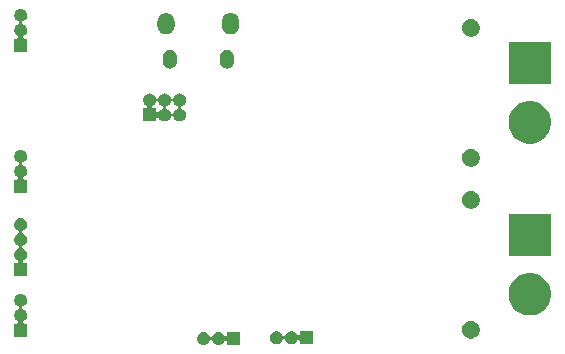
<source format=gbr>
G04 #@! TF.GenerationSoftware,KiCad,Pcbnew,5.1.4-e60b266~84~ubuntu18.04.1*
G04 #@! TF.CreationDate,2019-09-17T17:50:47+10:00*
G04 #@! TF.ProjectId,RC-Endpoint-Limiter,52432d45-6e64-4706-9f69-6e742d4c696d,rev?*
G04 #@! TF.SameCoordinates,Original*
G04 #@! TF.FileFunction,Soldermask,Bot*
G04 #@! TF.FilePolarity,Negative*
%FSLAX46Y46*%
G04 Gerber Fmt 4.6, Leading zero omitted, Abs format (unit mm)*
G04 Created by KiCad (PCBNEW 5.1.4-e60b266~84~ubuntu18.04.1) date 2019-09-17 17:50:47*
%MOMM*%
%LPD*%
G04 APERTURE LIST*
%ADD10C,0.100000*%
G04 APERTURE END LIST*
D10*
G36*
X101835015Y-64988973D02*
G01*
X101938879Y-65020479D01*
X101966055Y-65035005D01*
X102034600Y-65071643D01*
X102118501Y-65140499D01*
X102187357Y-65224400D01*
X102209262Y-65265382D01*
X102238521Y-65320121D01*
X102242388Y-65332869D01*
X102251760Y-65355496D01*
X102265374Y-65375870D01*
X102282701Y-65393197D01*
X102303075Y-65406811D01*
X102325714Y-65416188D01*
X102349747Y-65420969D01*
X102374251Y-65420969D01*
X102398285Y-65416189D01*
X102420924Y-65406812D01*
X102441298Y-65393198D01*
X102458625Y-65375871D01*
X102472239Y-65355497D01*
X102481612Y-65332869D01*
X102485479Y-65320121D01*
X102514738Y-65265382D01*
X102536643Y-65224400D01*
X102605499Y-65140499D01*
X102689400Y-65071643D01*
X102757945Y-65035005D01*
X102785121Y-65020479D01*
X102888985Y-64988973D01*
X102969933Y-64981000D01*
X103024067Y-64981000D01*
X103105015Y-64988973D01*
X103208879Y-65020479D01*
X103236055Y-65035005D01*
X103304600Y-65071643D01*
X103388501Y-65140499D01*
X103457356Y-65224400D01*
X103480764Y-65268193D01*
X103494375Y-65288563D01*
X103511702Y-65305890D01*
X103532076Y-65319504D01*
X103554715Y-65328881D01*
X103578748Y-65333662D01*
X103603252Y-65333662D01*
X103627286Y-65328882D01*
X103649924Y-65319505D01*
X103670299Y-65305891D01*
X103687626Y-65288564D01*
X103701240Y-65268190D01*
X103710617Y-65245551D01*
X103715398Y-65221518D01*
X103716000Y-65209265D01*
X103716000Y-64981000D01*
X104818000Y-64981000D01*
X104818000Y-66083000D01*
X103716000Y-66083000D01*
X103716000Y-65854735D01*
X103713598Y-65830349D01*
X103706485Y-65806900D01*
X103694934Y-65785289D01*
X103679389Y-65766347D01*
X103660447Y-65750802D01*
X103638836Y-65739251D01*
X103615387Y-65732138D01*
X103591001Y-65729736D01*
X103566615Y-65732138D01*
X103543166Y-65739251D01*
X103521555Y-65750802D01*
X103502613Y-65766347D01*
X103487068Y-65785289D01*
X103480767Y-65795802D01*
X103457356Y-65839600D01*
X103388501Y-65923501D01*
X103304600Y-65992357D01*
X103236055Y-66028995D01*
X103208879Y-66043521D01*
X103105015Y-66075027D01*
X103024067Y-66083000D01*
X102969933Y-66083000D01*
X102888985Y-66075027D01*
X102785121Y-66043521D01*
X102757945Y-66028995D01*
X102689400Y-65992357D01*
X102605499Y-65923501D01*
X102536643Y-65839600D01*
X102497489Y-65766347D01*
X102485479Y-65743879D01*
X102481612Y-65731131D01*
X102472240Y-65708504D01*
X102458626Y-65688130D01*
X102441299Y-65670803D01*
X102420925Y-65657189D01*
X102398286Y-65647812D01*
X102374253Y-65643031D01*
X102349749Y-65643031D01*
X102325715Y-65647811D01*
X102303076Y-65657188D01*
X102282702Y-65670802D01*
X102265375Y-65688129D01*
X102251761Y-65708503D01*
X102242388Y-65731131D01*
X102238521Y-65743879D01*
X102226511Y-65766347D01*
X102187357Y-65839600D01*
X102118501Y-65923501D01*
X102034600Y-65992357D01*
X101966055Y-66028995D01*
X101938879Y-66043521D01*
X101835015Y-66075027D01*
X101754067Y-66083000D01*
X101699933Y-66083000D01*
X101618985Y-66075027D01*
X101515121Y-66043521D01*
X101487945Y-66028995D01*
X101419400Y-65992357D01*
X101335499Y-65923501D01*
X101266643Y-65839600D01*
X101227489Y-65766347D01*
X101215479Y-65743879D01*
X101183973Y-65640015D01*
X101173334Y-65532000D01*
X101183973Y-65423985D01*
X101215479Y-65320121D01*
X101244738Y-65265382D01*
X101266643Y-65224400D01*
X101335499Y-65140499D01*
X101419400Y-65071643D01*
X101487945Y-65035005D01*
X101515121Y-65020479D01*
X101618985Y-64988973D01*
X101699933Y-64981000D01*
X101754067Y-64981000D01*
X101835015Y-64988973D01*
X101835015Y-64988973D01*
G37*
G36*
X107994515Y-64925473D02*
G01*
X108098379Y-64956979D01*
X108125555Y-64971505D01*
X108194100Y-65008143D01*
X108278001Y-65076999D01*
X108346857Y-65160900D01*
X108358162Y-65182051D01*
X108398021Y-65256621D01*
X108401888Y-65269369D01*
X108411260Y-65291996D01*
X108424874Y-65312370D01*
X108442201Y-65329697D01*
X108462575Y-65343311D01*
X108485214Y-65352688D01*
X108509247Y-65357469D01*
X108533751Y-65357469D01*
X108557785Y-65352689D01*
X108580424Y-65343312D01*
X108600798Y-65329698D01*
X108618125Y-65312371D01*
X108631739Y-65291997D01*
X108641112Y-65269369D01*
X108644979Y-65256621D01*
X108684838Y-65182051D01*
X108696143Y-65160900D01*
X108764999Y-65076999D01*
X108848900Y-65008143D01*
X108917445Y-64971505D01*
X108944621Y-64956979D01*
X109048485Y-64925473D01*
X109129433Y-64917500D01*
X109183567Y-64917500D01*
X109264515Y-64925473D01*
X109368379Y-64956979D01*
X109395555Y-64971505D01*
X109464100Y-65008143D01*
X109541475Y-65071643D01*
X109548001Y-65076999D01*
X109616856Y-65160900D01*
X109640264Y-65204693D01*
X109653875Y-65225063D01*
X109671202Y-65242390D01*
X109691576Y-65256004D01*
X109714215Y-65265381D01*
X109738248Y-65270162D01*
X109762752Y-65270162D01*
X109786786Y-65265382D01*
X109809424Y-65256005D01*
X109829799Y-65242391D01*
X109847126Y-65225064D01*
X109860740Y-65204690D01*
X109870117Y-65182051D01*
X109874898Y-65158018D01*
X109875500Y-65145765D01*
X109875500Y-64917500D01*
X110977500Y-64917500D01*
X110977500Y-66019500D01*
X109875500Y-66019500D01*
X109875500Y-65791235D01*
X109873098Y-65766849D01*
X109865985Y-65743400D01*
X109854434Y-65721789D01*
X109838889Y-65702847D01*
X109819947Y-65687302D01*
X109798336Y-65675751D01*
X109774887Y-65668638D01*
X109750501Y-65666236D01*
X109726115Y-65668638D01*
X109702666Y-65675751D01*
X109681055Y-65687302D01*
X109662113Y-65702847D01*
X109646568Y-65721789D01*
X109640267Y-65732302D01*
X109616856Y-65776100D01*
X109616855Y-65776101D01*
X109548001Y-65860001D01*
X109464100Y-65928857D01*
X109395555Y-65965495D01*
X109368379Y-65980021D01*
X109264515Y-66011527D01*
X109183567Y-66019500D01*
X109129433Y-66019500D01*
X109048485Y-66011527D01*
X108944621Y-65980021D01*
X108917445Y-65965495D01*
X108848900Y-65928857D01*
X108764999Y-65860001D01*
X108696143Y-65776100D01*
X108649122Y-65688129D01*
X108644979Y-65680379D01*
X108641112Y-65667631D01*
X108631740Y-65645004D01*
X108618126Y-65624630D01*
X108600799Y-65607303D01*
X108580425Y-65593689D01*
X108557786Y-65584312D01*
X108533753Y-65579531D01*
X108509249Y-65579531D01*
X108485215Y-65584311D01*
X108462576Y-65593688D01*
X108442202Y-65607302D01*
X108424875Y-65624629D01*
X108411261Y-65645003D01*
X108401888Y-65667631D01*
X108398021Y-65680379D01*
X108393878Y-65688129D01*
X108346857Y-65776100D01*
X108278001Y-65860001D01*
X108194100Y-65928857D01*
X108125555Y-65965495D01*
X108098379Y-65980021D01*
X107994515Y-66011527D01*
X107913567Y-66019500D01*
X107859433Y-66019500D01*
X107778485Y-66011527D01*
X107674621Y-65980021D01*
X107647445Y-65965495D01*
X107578900Y-65928857D01*
X107494999Y-65860001D01*
X107426143Y-65776100D01*
X107379122Y-65688129D01*
X107374979Y-65680379D01*
X107343473Y-65576515D01*
X107332834Y-65468500D01*
X107343473Y-65360485D01*
X107374979Y-65256621D01*
X107414838Y-65182051D01*
X107426143Y-65160900D01*
X107494999Y-65076999D01*
X107578900Y-65008143D01*
X107647445Y-64971505D01*
X107674621Y-64956979D01*
X107778485Y-64925473D01*
X107859433Y-64917500D01*
X107913567Y-64917500D01*
X107994515Y-64925473D01*
X107994515Y-64925473D01*
G37*
G36*
X124568559Y-64063360D02*
G01*
X124677573Y-64108515D01*
X124705232Y-64119972D01*
X124828235Y-64202160D01*
X124932840Y-64306765D01*
X125015028Y-64429768D01*
X125071640Y-64566441D01*
X125100500Y-64711533D01*
X125100500Y-64859467D01*
X125071640Y-65004559D01*
X125015028Y-65141232D01*
X124932840Y-65264235D01*
X124828235Y-65368840D01*
X124705232Y-65451028D01*
X124705231Y-65451029D01*
X124705230Y-65451029D01*
X124568559Y-65507640D01*
X124423468Y-65536500D01*
X124275532Y-65536500D01*
X124130441Y-65507640D01*
X123993770Y-65451029D01*
X123993769Y-65451029D01*
X123993768Y-65451028D01*
X123870765Y-65368840D01*
X123766160Y-65264235D01*
X123683972Y-65141232D01*
X123627360Y-65004559D01*
X123598500Y-64859467D01*
X123598500Y-64711533D01*
X123627360Y-64566441D01*
X123683972Y-64429768D01*
X123766160Y-64306765D01*
X123870765Y-64202160D01*
X123993768Y-64119972D01*
X124021428Y-64108515D01*
X124130441Y-64063360D01*
X124275532Y-64034500D01*
X124423468Y-64034500D01*
X124568559Y-64063360D01*
X124568559Y-64063360D01*
G37*
G36*
X86341015Y-61737773D02*
G01*
X86444879Y-61769279D01*
X86472055Y-61783805D01*
X86540600Y-61820443D01*
X86624501Y-61889299D01*
X86693357Y-61973200D01*
X86729995Y-62041745D01*
X86744521Y-62068921D01*
X86776027Y-62172785D01*
X86786666Y-62280800D01*
X86776027Y-62388815D01*
X86744521Y-62492679D01*
X86744519Y-62492682D01*
X86693357Y-62588400D01*
X86624501Y-62672301D01*
X86540600Y-62741157D01*
X86472055Y-62777795D01*
X86444879Y-62792321D01*
X86432131Y-62796188D01*
X86409504Y-62805560D01*
X86389130Y-62819174D01*
X86371803Y-62836501D01*
X86358189Y-62856875D01*
X86348812Y-62879514D01*
X86344031Y-62903547D01*
X86344031Y-62928051D01*
X86348811Y-62952085D01*
X86358188Y-62974724D01*
X86371802Y-62995098D01*
X86389129Y-63012425D01*
X86409503Y-63026039D01*
X86432131Y-63035412D01*
X86444879Y-63039279D01*
X86472055Y-63053805D01*
X86540600Y-63090443D01*
X86624501Y-63159299D01*
X86693357Y-63243200D01*
X86729995Y-63311745D01*
X86744521Y-63338921D01*
X86776027Y-63442785D01*
X86786666Y-63550800D01*
X86776027Y-63658815D01*
X86744521Y-63762679D01*
X86744519Y-63762682D01*
X86693357Y-63858400D01*
X86624501Y-63942301D01*
X86540600Y-64011156D01*
X86496807Y-64034564D01*
X86476437Y-64048175D01*
X86459110Y-64065502D01*
X86445496Y-64085876D01*
X86436119Y-64108515D01*
X86431338Y-64132548D01*
X86431338Y-64157052D01*
X86436118Y-64181086D01*
X86445495Y-64203724D01*
X86459109Y-64224099D01*
X86476436Y-64241426D01*
X86496810Y-64255040D01*
X86519449Y-64264417D01*
X86543482Y-64269198D01*
X86555735Y-64269800D01*
X86784000Y-64269800D01*
X86784000Y-65371800D01*
X85682000Y-65371800D01*
X85682000Y-64269800D01*
X85910265Y-64269800D01*
X85934651Y-64267398D01*
X85958100Y-64260285D01*
X85979711Y-64248734D01*
X85998653Y-64233189D01*
X86014198Y-64214247D01*
X86025749Y-64192636D01*
X86032862Y-64169187D01*
X86035264Y-64144801D01*
X86032862Y-64120415D01*
X86025749Y-64096966D01*
X86014198Y-64075355D01*
X85998653Y-64056413D01*
X85979711Y-64040868D01*
X85969198Y-64034567D01*
X85925400Y-64011156D01*
X85841499Y-63942301D01*
X85772643Y-63858400D01*
X85721481Y-63762682D01*
X85721479Y-63762679D01*
X85689973Y-63658815D01*
X85679334Y-63550800D01*
X85689973Y-63442785D01*
X85721479Y-63338921D01*
X85736005Y-63311745D01*
X85772643Y-63243200D01*
X85841499Y-63159299D01*
X85925400Y-63090443D01*
X85993945Y-63053805D01*
X86021121Y-63039279D01*
X86033869Y-63035412D01*
X86056496Y-63026040D01*
X86076870Y-63012426D01*
X86094197Y-62995099D01*
X86107811Y-62974725D01*
X86117188Y-62952086D01*
X86121969Y-62928053D01*
X86121969Y-62903549D01*
X86117189Y-62879515D01*
X86107812Y-62856876D01*
X86094198Y-62836502D01*
X86076871Y-62819175D01*
X86056497Y-62805561D01*
X86033869Y-62796188D01*
X86021121Y-62792321D01*
X85993945Y-62777795D01*
X85925400Y-62741157D01*
X85841499Y-62672301D01*
X85772643Y-62588400D01*
X85721481Y-62492682D01*
X85721479Y-62492679D01*
X85689973Y-62388815D01*
X85679334Y-62280800D01*
X85689973Y-62172785D01*
X85721479Y-62068921D01*
X85736005Y-62041745D01*
X85772643Y-61973200D01*
X85841499Y-61889299D01*
X85925400Y-61820443D01*
X85993945Y-61783805D01*
X86021121Y-61769279D01*
X86124985Y-61737773D01*
X86205933Y-61729800D01*
X86260067Y-61729800D01*
X86341015Y-61737773D01*
X86341015Y-61737773D01*
G37*
G36*
X129874831Y-60053711D02*
G01*
X130202592Y-60189474D01*
X130497570Y-60386572D01*
X130748428Y-60637430D01*
X130945526Y-60932408D01*
X131081289Y-61260169D01*
X131150500Y-61608116D01*
X131150500Y-61962884D01*
X131081289Y-62310831D01*
X130945526Y-62638592D01*
X130748428Y-62933570D01*
X130497570Y-63184428D01*
X130202592Y-63381526D01*
X129874831Y-63517289D01*
X129526884Y-63586500D01*
X129172116Y-63586500D01*
X128824169Y-63517289D01*
X128496408Y-63381526D01*
X128201430Y-63184428D01*
X127950572Y-62933570D01*
X127753474Y-62638592D01*
X127617711Y-62310831D01*
X127548500Y-61962884D01*
X127548500Y-61608116D01*
X127617711Y-61260169D01*
X127753474Y-60932408D01*
X127950572Y-60637430D01*
X128201430Y-60386572D01*
X128496408Y-60189474D01*
X128824169Y-60053711D01*
X129172116Y-59984500D01*
X129526884Y-59984500D01*
X129874831Y-60053711D01*
X129874831Y-60053711D01*
G37*
G36*
X86341015Y-55336973D02*
G01*
X86444879Y-55368479D01*
X86472055Y-55383005D01*
X86540600Y-55419643D01*
X86624501Y-55488499D01*
X86693357Y-55572400D01*
X86729995Y-55640945D01*
X86744521Y-55668121D01*
X86776027Y-55771985D01*
X86786666Y-55880000D01*
X86776027Y-55988015D01*
X86744521Y-56091879D01*
X86744519Y-56091882D01*
X86693357Y-56187600D01*
X86624501Y-56271501D01*
X86540600Y-56340357D01*
X86472055Y-56376995D01*
X86444879Y-56391521D01*
X86432131Y-56395388D01*
X86409504Y-56404760D01*
X86389130Y-56418374D01*
X86371803Y-56435701D01*
X86358189Y-56456075D01*
X86348812Y-56478714D01*
X86344031Y-56502747D01*
X86344031Y-56527251D01*
X86348811Y-56551285D01*
X86358188Y-56573924D01*
X86371802Y-56594298D01*
X86389129Y-56611625D01*
X86409503Y-56625239D01*
X86432131Y-56634612D01*
X86444879Y-56638479D01*
X86472055Y-56653005D01*
X86540600Y-56689643D01*
X86624501Y-56758499D01*
X86693357Y-56842400D01*
X86729995Y-56910945D01*
X86744521Y-56938121D01*
X86776027Y-57041985D01*
X86786666Y-57150000D01*
X86776027Y-57258015D01*
X86744521Y-57361879D01*
X86744519Y-57361882D01*
X86693357Y-57457600D01*
X86624501Y-57541501D01*
X86540600Y-57610357D01*
X86472055Y-57646995D01*
X86444879Y-57661521D01*
X86432131Y-57665388D01*
X86409504Y-57674760D01*
X86389130Y-57688374D01*
X86371803Y-57705701D01*
X86358189Y-57726075D01*
X86348812Y-57748714D01*
X86344031Y-57772747D01*
X86344031Y-57797251D01*
X86348811Y-57821285D01*
X86358188Y-57843924D01*
X86371802Y-57864298D01*
X86389129Y-57881625D01*
X86409503Y-57895239D01*
X86432131Y-57904612D01*
X86444879Y-57908479D01*
X86472055Y-57923005D01*
X86540600Y-57959643D01*
X86624501Y-58028499D01*
X86693357Y-58112400D01*
X86729995Y-58180945D01*
X86744521Y-58208121D01*
X86776027Y-58311985D01*
X86786666Y-58420000D01*
X86776027Y-58528015D01*
X86744521Y-58631879D01*
X86744519Y-58631882D01*
X86693357Y-58727600D01*
X86624501Y-58811501D01*
X86540600Y-58880356D01*
X86496807Y-58903764D01*
X86476437Y-58917375D01*
X86459110Y-58934702D01*
X86445496Y-58955076D01*
X86436119Y-58977715D01*
X86431338Y-59001748D01*
X86431338Y-59026252D01*
X86436118Y-59050286D01*
X86445495Y-59072924D01*
X86459109Y-59093299D01*
X86476436Y-59110626D01*
X86496810Y-59124240D01*
X86519449Y-59133617D01*
X86543482Y-59138398D01*
X86555735Y-59139000D01*
X86784000Y-59139000D01*
X86784000Y-60241000D01*
X85682000Y-60241000D01*
X85682000Y-59139000D01*
X85910265Y-59139000D01*
X85934651Y-59136598D01*
X85958100Y-59129485D01*
X85979711Y-59117934D01*
X85998653Y-59102389D01*
X86014198Y-59083447D01*
X86025749Y-59061836D01*
X86032862Y-59038387D01*
X86035264Y-59014001D01*
X86032862Y-58989615D01*
X86025749Y-58966166D01*
X86014198Y-58944555D01*
X85998653Y-58925613D01*
X85979711Y-58910068D01*
X85969198Y-58903767D01*
X85925400Y-58880356D01*
X85841499Y-58811501D01*
X85772643Y-58727600D01*
X85721481Y-58631882D01*
X85721479Y-58631879D01*
X85689973Y-58528015D01*
X85679334Y-58420000D01*
X85689973Y-58311985D01*
X85721479Y-58208121D01*
X85736005Y-58180945D01*
X85772643Y-58112400D01*
X85841499Y-58028499D01*
X85925400Y-57959643D01*
X85993945Y-57923005D01*
X86021121Y-57908479D01*
X86033869Y-57904612D01*
X86056496Y-57895240D01*
X86076870Y-57881626D01*
X86094197Y-57864299D01*
X86107811Y-57843925D01*
X86117188Y-57821286D01*
X86121969Y-57797253D01*
X86121969Y-57772749D01*
X86117189Y-57748715D01*
X86107812Y-57726076D01*
X86094198Y-57705702D01*
X86076871Y-57688375D01*
X86056497Y-57674761D01*
X86033869Y-57665388D01*
X86021121Y-57661521D01*
X85993945Y-57646995D01*
X85925400Y-57610357D01*
X85841499Y-57541501D01*
X85772643Y-57457600D01*
X85721481Y-57361882D01*
X85721479Y-57361879D01*
X85689973Y-57258015D01*
X85679334Y-57150000D01*
X85689973Y-57041985D01*
X85721479Y-56938121D01*
X85736005Y-56910945D01*
X85772643Y-56842400D01*
X85841499Y-56758499D01*
X85925400Y-56689643D01*
X85993945Y-56653005D01*
X86021121Y-56638479D01*
X86033869Y-56634612D01*
X86056496Y-56625240D01*
X86076870Y-56611626D01*
X86094197Y-56594299D01*
X86107811Y-56573925D01*
X86117188Y-56551286D01*
X86121969Y-56527253D01*
X86121969Y-56502749D01*
X86117189Y-56478715D01*
X86107812Y-56456076D01*
X86094198Y-56435702D01*
X86076871Y-56418375D01*
X86056497Y-56404761D01*
X86033869Y-56395388D01*
X86021121Y-56391521D01*
X85993945Y-56376995D01*
X85925400Y-56340357D01*
X85841499Y-56271501D01*
X85772643Y-56187600D01*
X85721481Y-56091882D01*
X85721479Y-56091879D01*
X85689973Y-55988015D01*
X85679334Y-55880000D01*
X85689973Y-55771985D01*
X85721479Y-55668121D01*
X85736005Y-55640945D01*
X85772643Y-55572400D01*
X85841499Y-55488499D01*
X85925400Y-55419643D01*
X85993945Y-55383005D01*
X86021121Y-55368479D01*
X86124985Y-55336973D01*
X86205933Y-55329000D01*
X86260067Y-55329000D01*
X86341015Y-55336973D01*
X86341015Y-55336973D01*
G37*
G36*
X131150500Y-58586500D02*
G01*
X127548500Y-58586500D01*
X127548500Y-54984500D01*
X131150500Y-54984500D01*
X131150500Y-58586500D01*
X131150500Y-58586500D01*
G37*
G36*
X124568559Y-53063360D02*
G01*
X124705232Y-53119972D01*
X124828235Y-53202160D01*
X124932840Y-53306765D01*
X125015028Y-53429768D01*
X125071640Y-53566441D01*
X125100500Y-53711533D01*
X125100500Y-53859467D01*
X125071640Y-54004559D01*
X125015028Y-54141232D01*
X124932840Y-54264235D01*
X124828235Y-54368840D01*
X124705232Y-54451028D01*
X124705231Y-54451029D01*
X124705230Y-54451029D01*
X124568559Y-54507640D01*
X124423468Y-54536500D01*
X124275532Y-54536500D01*
X124130441Y-54507640D01*
X123993770Y-54451029D01*
X123993769Y-54451029D01*
X123993768Y-54451028D01*
X123870765Y-54368840D01*
X123766160Y-54264235D01*
X123683972Y-54141232D01*
X123627360Y-54004559D01*
X123598500Y-53859467D01*
X123598500Y-53711533D01*
X123627360Y-53566441D01*
X123683972Y-53429768D01*
X123766160Y-53306765D01*
X123870765Y-53202160D01*
X123993768Y-53119972D01*
X124130441Y-53063360D01*
X124275532Y-53034500D01*
X124423468Y-53034500D01*
X124568559Y-53063360D01*
X124568559Y-53063360D01*
G37*
G36*
X86341015Y-49545773D02*
G01*
X86444879Y-49577279D01*
X86472055Y-49591805D01*
X86540600Y-49628443D01*
X86624501Y-49697299D01*
X86693357Y-49781200D01*
X86729995Y-49849745D01*
X86744521Y-49876921D01*
X86776027Y-49980785D01*
X86786666Y-50088800D01*
X86776027Y-50196815D01*
X86744521Y-50300679D01*
X86744099Y-50301468D01*
X86693357Y-50396400D01*
X86624501Y-50480301D01*
X86540600Y-50549157D01*
X86476853Y-50583230D01*
X86444879Y-50600321D01*
X86432131Y-50604188D01*
X86409504Y-50613560D01*
X86389130Y-50627174D01*
X86371803Y-50644501D01*
X86358189Y-50664875D01*
X86348812Y-50687514D01*
X86344031Y-50711547D01*
X86344031Y-50736051D01*
X86348811Y-50760085D01*
X86358188Y-50782724D01*
X86371802Y-50803098D01*
X86389129Y-50820425D01*
X86409503Y-50834039D01*
X86432131Y-50843412D01*
X86444879Y-50847279D01*
X86472055Y-50861805D01*
X86540600Y-50898443D01*
X86624501Y-50967299D01*
X86693357Y-51051200D01*
X86729995Y-51119745D01*
X86744521Y-51146921D01*
X86776027Y-51250785D01*
X86786666Y-51358800D01*
X86776027Y-51466815D01*
X86744521Y-51570679D01*
X86744519Y-51570682D01*
X86693357Y-51666400D01*
X86624501Y-51750301D01*
X86540600Y-51819156D01*
X86496807Y-51842564D01*
X86476437Y-51856175D01*
X86459110Y-51873502D01*
X86445496Y-51893876D01*
X86436119Y-51916515D01*
X86431338Y-51940548D01*
X86431338Y-51965052D01*
X86436118Y-51989086D01*
X86445495Y-52011724D01*
X86459109Y-52032099D01*
X86476436Y-52049426D01*
X86496810Y-52063040D01*
X86519449Y-52072417D01*
X86543482Y-52077198D01*
X86555735Y-52077800D01*
X86784000Y-52077800D01*
X86784000Y-53179800D01*
X85682000Y-53179800D01*
X85682000Y-52077800D01*
X85910265Y-52077800D01*
X85934651Y-52075398D01*
X85958100Y-52068285D01*
X85979711Y-52056734D01*
X85998653Y-52041189D01*
X86014198Y-52022247D01*
X86025749Y-52000636D01*
X86032862Y-51977187D01*
X86035264Y-51952801D01*
X86032862Y-51928415D01*
X86025749Y-51904966D01*
X86014198Y-51883355D01*
X85998653Y-51864413D01*
X85979711Y-51848868D01*
X85969198Y-51842567D01*
X85925400Y-51819156D01*
X85841499Y-51750301D01*
X85772643Y-51666400D01*
X85721481Y-51570682D01*
X85721479Y-51570679D01*
X85689973Y-51466815D01*
X85679334Y-51358800D01*
X85689973Y-51250785D01*
X85721479Y-51146921D01*
X85736005Y-51119745D01*
X85772643Y-51051200D01*
X85841499Y-50967299D01*
X85925400Y-50898443D01*
X85993945Y-50861805D01*
X86021121Y-50847279D01*
X86033869Y-50843412D01*
X86056496Y-50834040D01*
X86076870Y-50820426D01*
X86094197Y-50803099D01*
X86107811Y-50782725D01*
X86117188Y-50760086D01*
X86121969Y-50736053D01*
X86121969Y-50711549D01*
X86117189Y-50687515D01*
X86107812Y-50664876D01*
X86094198Y-50644502D01*
X86076871Y-50627175D01*
X86056497Y-50613561D01*
X86033869Y-50604188D01*
X86021121Y-50600321D01*
X85989147Y-50583230D01*
X85925400Y-50549157D01*
X85841499Y-50480301D01*
X85772643Y-50396400D01*
X85721901Y-50301468D01*
X85721479Y-50300679D01*
X85689973Y-50196815D01*
X85679334Y-50088800D01*
X85689973Y-49980785D01*
X85721479Y-49876921D01*
X85736005Y-49849745D01*
X85772643Y-49781200D01*
X85841499Y-49697299D01*
X85925400Y-49628443D01*
X85993945Y-49591805D01*
X86021121Y-49577279D01*
X86124985Y-49545773D01*
X86205933Y-49537800D01*
X86260067Y-49537800D01*
X86341015Y-49545773D01*
X86341015Y-49545773D01*
G37*
G36*
X124568559Y-49505360D02*
G01*
X124666125Y-49545773D01*
X124705232Y-49561972D01*
X124828235Y-49644160D01*
X124932840Y-49748765D01*
X124932841Y-49748767D01*
X125015029Y-49871770D01*
X125071640Y-50008441D01*
X125100500Y-50153532D01*
X125100500Y-50301468D01*
X125071640Y-50446559D01*
X125029143Y-50549157D01*
X125015028Y-50583232D01*
X124932840Y-50706235D01*
X124828235Y-50810840D01*
X124705232Y-50893028D01*
X124705231Y-50893029D01*
X124705230Y-50893029D01*
X124568559Y-50949640D01*
X124423468Y-50978500D01*
X124275532Y-50978500D01*
X124130441Y-50949640D01*
X123993770Y-50893029D01*
X123993769Y-50893029D01*
X123993768Y-50893028D01*
X123870765Y-50810840D01*
X123766160Y-50706235D01*
X123683972Y-50583232D01*
X123669858Y-50549157D01*
X123627360Y-50446559D01*
X123598500Y-50301468D01*
X123598500Y-50153532D01*
X123627360Y-50008441D01*
X123683971Y-49871770D01*
X123766159Y-49748767D01*
X123766160Y-49748765D01*
X123870765Y-49644160D01*
X123993768Y-49561972D01*
X124032876Y-49545773D01*
X124130441Y-49505360D01*
X124275532Y-49476500D01*
X124423468Y-49476500D01*
X124568559Y-49505360D01*
X124568559Y-49505360D01*
G37*
G36*
X129874831Y-45495711D02*
G01*
X130202592Y-45631474D01*
X130497570Y-45828572D01*
X130748428Y-46079430D01*
X130945526Y-46374408D01*
X131081289Y-46702169D01*
X131150500Y-47050116D01*
X131150500Y-47404884D01*
X131081289Y-47752831D01*
X130945526Y-48080592D01*
X130748428Y-48375570D01*
X130497570Y-48626428D01*
X130202592Y-48823526D01*
X129874831Y-48959289D01*
X129526884Y-49028500D01*
X129172116Y-49028500D01*
X128824169Y-48959289D01*
X128496408Y-48823526D01*
X128201430Y-48626428D01*
X127950572Y-48375570D01*
X127753474Y-48080592D01*
X127617711Y-47752831D01*
X127548500Y-47404884D01*
X127548500Y-47050116D01*
X127617711Y-46702169D01*
X127753474Y-46374408D01*
X127950572Y-46079430D01*
X128201430Y-45828572D01*
X128496408Y-45631474D01*
X128824169Y-45495711D01*
X129172116Y-45426500D01*
X129526884Y-45426500D01*
X129874831Y-45495711D01*
X129874831Y-45495711D01*
G37*
G36*
X97263015Y-44795973D02*
G01*
X97366879Y-44827479D01*
X97394055Y-44842005D01*
X97462600Y-44878643D01*
X97546501Y-44947499D01*
X97615357Y-45031400D01*
X97651995Y-45099945D01*
X97666521Y-45127121D01*
X97670388Y-45139869D01*
X97679760Y-45162496D01*
X97693374Y-45182870D01*
X97710701Y-45200197D01*
X97731075Y-45213811D01*
X97753714Y-45223188D01*
X97777747Y-45227969D01*
X97802251Y-45227969D01*
X97826285Y-45223189D01*
X97848924Y-45213812D01*
X97869298Y-45200198D01*
X97886625Y-45182871D01*
X97900239Y-45162497D01*
X97909612Y-45139869D01*
X97913479Y-45127121D01*
X97928005Y-45099945D01*
X97964643Y-45031400D01*
X98033499Y-44947499D01*
X98117400Y-44878643D01*
X98185945Y-44842005D01*
X98213121Y-44827479D01*
X98316985Y-44795973D01*
X98397933Y-44788000D01*
X98452067Y-44788000D01*
X98533015Y-44795973D01*
X98636879Y-44827479D01*
X98664055Y-44842005D01*
X98732600Y-44878643D01*
X98816501Y-44947499D01*
X98885357Y-45031400D01*
X98921995Y-45099945D01*
X98936521Y-45127121D01*
X98940388Y-45139869D01*
X98949760Y-45162496D01*
X98963374Y-45182870D01*
X98980701Y-45200197D01*
X99001075Y-45213811D01*
X99023714Y-45223188D01*
X99047747Y-45227969D01*
X99072251Y-45227969D01*
X99096285Y-45223189D01*
X99118924Y-45213812D01*
X99139298Y-45200198D01*
X99156625Y-45182871D01*
X99170239Y-45162497D01*
X99179612Y-45139869D01*
X99183479Y-45127121D01*
X99198005Y-45099945D01*
X99234643Y-45031400D01*
X99303499Y-44947499D01*
X99387400Y-44878643D01*
X99455945Y-44842005D01*
X99483121Y-44827479D01*
X99586985Y-44795973D01*
X99667933Y-44788000D01*
X99722067Y-44788000D01*
X99803015Y-44795973D01*
X99906879Y-44827479D01*
X99934055Y-44842005D01*
X100002600Y-44878643D01*
X100086501Y-44947499D01*
X100155357Y-45031400D01*
X100191995Y-45099945D01*
X100206521Y-45127121D01*
X100238027Y-45230985D01*
X100248666Y-45339000D01*
X100238027Y-45447015D01*
X100206521Y-45550879D01*
X100206519Y-45550882D01*
X100155357Y-45646600D01*
X100086501Y-45730501D01*
X100002600Y-45799357D01*
X99947942Y-45828572D01*
X99906879Y-45850521D01*
X99894131Y-45854388D01*
X99871504Y-45863760D01*
X99851130Y-45877374D01*
X99833803Y-45894701D01*
X99820189Y-45915075D01*
X99810812Y-45937714D01*
X99806031Y-45961747D01*
X99806031Y-45986251D01*
X99810811Y-46010285D01*
X99820188Y-46032924D01*
X99833802Y-46053298D01*
X99851129Y-46070625D01*
X99871503Y-46084239D01*
X99894131Y-46093612D01*
X99906879Y-46097479D01*
X99934055Y-46112005D01*
X100002600Y-46148643D01*
X100086501Y-46217499D01*
X100155357Y-46301400D01*
X100191995Y-46369945D01*
X100206521Y-46397121D01*
X100238027Y-46500985D01*
X100248666Y-46609000D01*
X100238027Y-46717015D01*
X100206521Y-46820879D01*
X100206191Y-46821496D01*
X100155357Y-46916600D01*
X100086501Y-47000501D01*
X100002600Y-47069357D01*
X99934055Y-47105995D01*
X99906879Y-47120521D01*
X99803015Y-47152027D01*
X99722067Y-47160000D01*
X99667933Y-47160000D01*
X99586985Y-47152027D01*
X99483121Y-47120521D01*
X99455945Y-47105995D01*
X99387400Y-47069357D01*
X99303499Y-47000501D01*
X99234643Y-46916600D01*
X99183809Y-46821496D01*
X99183479Y-46820879D01*
X99179612Y-46808131D01*
X99170240Y-46785504D01*
X99156626Y-46765130D01*
X99139299Y-46747803D01*
X99118925Y-46734189D01*
X99096286Y-46724812D01*
X99072253Y-46720031D01*
X99047749Y-46720031D01*
X99023715Y-46724811D01*
X99001076Y-46734188D01*
X98980702Y-46747802D01*
X98963375Y-46765129D01*
X98949761Y-46785503D01*
X98940388Y-46808131D01*
X98936521Y-46820879D01*
X98936191Y-46821496D01*
X98885357Y-46916600D01*
X98816501Y-47000501D01*
X98732600Y-47069357D01*
X98664055Y-47105995D01*
X98636879Y-47120521D01*
X98533015Y-47152027D01*
X98452067Y-47160000D01*
X98397933Y-47160000D01*
X98316985Y-47152027D01*
X98213121Y-47120521D01*
X98185945Y-47105995D01*
X98117400Y-47069357D01*
X98033499Y-47000501D01*
X97964645Y-46916601D01*
X97964644Y-46916600D01*
X97941236Y-46872807D01*
X97927625Y-46852437D01*
X97910298Y-46835110D01*
X97889924Y-46821496D01*
X97867285Y-46812119D01*
X97843252Y-46807338D01*
X97818748Y-46807338D01*
X97794714Y-46812118D01*
X97772076Y-46821495D01*
X97751701Y-46835109D01*
X97734374Y-46852436D01*
X97720760Y-46872810D01*
X97711383Y-46895449D01*
X97706602Y-46919482D01*
X97706000Y-46931735D01*
X97706000Y-47160000D01*
X96604000Y-47160000D01*
X96604000Y-46058000D01*
X96832265Y-46058000D01*
X96856651Y-46055598D01*
X96880100Y-46048485D01*
X96901711Y-46036934D01*
X96920653Y-46021389D01*
X96936198Y-46002447D01*
X96947749Y-45980836D01*
X96954862Y-45957387D01*
X96957264Y-45933001D01*
X96956058Y-45920748D01*
X97353338Y-45920748D01*
X97353338Y-45945252D01*
X97358118Y-45969286D01*
X97367495Y-45991924D01*
X97381109Y-46012299D01*
X97398436Y-46029626D01*
X97418810Y-46043240D01*
X97441449Y-46052617D01*
X97465482Y-46057398D01*
X97477735Y-46058000D01*
X97706000Y-46058000D01*
X97706000Y-46286265D01*
X97708402Y-46310651D01*
X97715515Y-46334100D01*
X97727066Y-46355711D01*
X97742611Y-46374653D01*
X97761553Y-46390198D01*
X97783164Y-46401749D01*
X97806613Y-46408862D01*
X97830999Y-46411264D01*
X97855385Y-46408862D01*
X97878834Y-46401749D01*
X97900445Y-46390198D01*
X97919387Y-46374653D01*
X97934932Y-46355711D01*
X97941233Y-46345198D01*
X97964644Y-46301400D01*
X98033499Y-46217499D01*
X98117400Y-46148643D01*
X98185945Y-46112005D01*
X98213121Y-46097479D01*
X98225869Y-46093612D01*
X98248496Y-46084240D01*
X98268870Y-46070626D01*
X98286197Y-46053299D01*
X98299811Y-46032925D01*
X98309188Y-46010286D01*
X98313969Y-45986253D01*
X98313969Y-45961749D01*
X98313969Y-45961747D01*
X98536031Y-45961747D01*
X98536031Y-45986251D01*
X98540811Y-46010285D01*
X98550188Y-46032924D01*
X98563802Y-46053298D01*
X98581129Y-46070625D01*
X98601503Y-46084239D01*
X98624131Y-46093612D01*
X98636879Y-46097479D01*
X98664055Y-46112005D01*
X98732600Y-46148643D01*
X98816501Y-46217499D01*
X98885357Y-46301400D01*
X98921995Y-46369945D01*
X98936521Y-46397121D01*
X98940388Y-46409869D01*
X98949760Y-46432496D01*
X98963374Y-46452870D01*
X98980701Y-46470197D01*
X99001075Y-46483811D01*
X99023714Y-46493188D01*
X99047747Y-46497969D01*
X99072251Y-46497969D01*
X99096285Y-46493189D01*
X99118924Y-46483812D01*
X99139298Y-46470198D01*
X99156625Y-46452871D01*
X99170239Y-46432497D01*
X99179612Y-46409869D01*
X99183479Y-46397121D01*
X99198005Y-46369945D01*
X99234643Y-46301400D01*
X99303499Y-46217499D01*
X99387400Y-46148643D01*
X99455945Y-46112005D01*
X99483121Y-46097479D01*
X99495869Y-46093612D01*
X99518496Y-46084240D01*
X99538870Y-46070626D01*
X99556197Y-46053299D01*
X99569811Y-46032925D01*
X99579188Y-46010286D01*
X99583969Y-45986253D01*
X99583969Y-45961749D01*
X99579189Y-45937715D01*
X99569812Y-45915076D01*
X99556198Y-45894702D01*
X99538871Y-45877375D01*
X99518497Y-45863761D01*
X99495869Y-45854388D01*
X99483121Y-45850521D01*
X99442058Y-45828572D01*
X99387400Y-45799357D01*
X99303499Y-45730501D01*
X99234643Y-45646600D01*
X99183481Y-45550882D01*
X99183479Y-45550879D01*
X99179612Y-45538131D01*
X99170240Y-45515504D01*
X99156626Y-45495130D01*
X99139299Y-45477803D01*
X99118925Y-45464189D01*
X99096286Y-45454812D01*
X99072253Y-45450031D01*
X99047749Y-45450031D01*
X99023715Y-45454811D01*
X99001076Y-45464188D01*
X98980702Y-45477802D01*
X98963375Y-45495129D01*
X98949761Y-45515503D01*
X98940388Y-45538131D01*
X98936521Y-45550879D01*
X98936519Y-45550882D01*
X98885357Y-45646600D01*
X98816501Y-45730501D01*
X98732600Y-45799357D01*
X98677942Y-45828572D01*
X98636879Y-45850521D01*
X98624131Y-45854388D01*
X98601504Y-45863760D01*
X98581130Y-45877374D01*
X98563803Y-45894701D01*
X98550189Y-45915075D01*
X98540812Y-45937714D01*
X98536031Y-45961747D01*
X98313969Y-45961747D01*
X98309189Y-45937715D01*
X98299812Y-45915076D01*
X98286198Y-45894702D01*
X98268871Y-45877375D01*
X98248497Y-45863761D01*
X98225869Y-45854388D01*
X98213121Y-45850521D01*
X98172058Y-45828572D01*
X98117400Y-45799357D01*
X98033499Y-45730501D01*
X97964643Y-45646600D01*
X97913481Y-45550882D01*
X97913479Y-45550879D01*
X97909612Y-45538131D01*
X97900240Y-45515504D01*
X97886626Y-45495130D01*
X97869299Y-45477803D01*
X97848925Y-45464189D01*
X97826286Y-45454812D01*
X97802253Y-45450031D01*
X97777749Y-45450031D01*
X97753715Y-45454811D01*
X97731076Y-45464188D01*
X97710702Y-45477802D01*
X97693375Y-45495129D01*
X97679761Y-45515503D01*
X97670388Y-45538131D01*
X97666521Y-45550879D01*
X97666519Y-45550882D01*
X97615357Y-45646600D01*
X97546501Y-45730501D01*
X97462600Y-45799356D01*
X97418807Y-45822764D01*
X97398437Y-45836375D01*
X97381110Y-45853702D01*
X97367496Y-45874076D01*
X97358119Y-45896715D01*
X97353338Y-45920748D01*
X96956058Y-45920748D01*
X96954862Y-45908615D01*
X96947749Y-45885166D01*
X96936198Y-45863555D01*
X96920653Y-45844613D01*
X96901711Y-45829068D01*
X96891198Y-45822767D01*
X96847400Y-45799356D01*
X96763499Y-45730501D01*
X96694643Y-45646600D01*
X96643481Y-45550882D01*
X96643479Y-45550879D01*
X96611973Y-45447015D01*
X96601334Y-45339000D01*
X96611973Y-45230985D01*
X96643479Y-45127121D01*
X96658005Y-45099945D01*
X96694643Y-45031400D01*
X96763499Y-44947499D01*
X96847400Y-44878643D01*
X96915945Y-44842005D01*
X96943121Y-44827479D01*
X97046985Y-44795973D01*
X97127933Y-44788000D01*
X97182067Y-44788000D01*
X97263015Y-44795973D01*
X97263015Y-44795973D01*
G37*
G36*
X131150500Y-44028500D02*
G01*
X127548500Y-44028500D01*
X127548500Y-40426500D01*
X131150500Y-40426500D01*
X131150500Y-44028500D01*
X131150500Y-44028500D01*
G37*
G36*
X103812818Y-41085696D02*
G01*
X103926105Y-41120062D01*
X104030512Y-41175869D01*
X104122027Y-41250973D01*
X104197131Y-41342488D01*
X104252938Y-41446895D01*
X104287304Y-41560182D01*
X104296000Y-41648482D01*
X104296000Y-42107519D01*
X104287304Y-42195818D01*
X104252938Y-42309105D01*
X104197131Y-42413512D01*
X104197130Y-42413513D01*
X104122027Y-42505027D01*
X104046923Y-42566662D01*
X104030511Y-42580131D01*
X103926104Y-42635938D01*
X103812817Y-42670304D01*
X103695000Y-42681907D01*
X103577182Y-42670304D01*
X103463895Y-42635938D01*
X103359488Y-42580131D01*
X103345572Y-42568711D01*
X103267973Y-42505027D01*
X103192870Y-42413512D01*
X103192869Y-42413511D01*
X103137062Y-42309104D01*
X103102696Y-42195817D01*
X103094000Y-42107518D01*
X103094000Y-41648481D01*
X103102696Y-41560182D01*
X103137062Y-41446895D01*
X103192869Y-41342488D01*
X103267974Y-41250973D01*
X103359489Y-41175869D01*
X103463896Y-41120062D01*
X103577183Y-41085696D01*
X103695000Y-41074093D01*
X103812818Y-41085696D01*
X103812818Y-41085696D01*
G37*
G36*
X98972818Y-41085696D02*
G01*
X99086105Y-41120062D01*
X99190512Y-41175869D01*
X99282027Y-41250973D01*
X99357131Y-41342488D01*
X99412938Y-41446895D01*
X99447304Y-41560182D01*
X99456000Y-41648482D01*
X99456000Y-42107519D01*
X99447304Y-42195818D01*
X99412938Y-42309105D01*
X99357131Y-42413512D01*
X99357130Y-42413513D01*
X99282027Y-42505027D01*
X99206923Y-42566662D01*
X99190511Y-42580131D01*
X99086104Y-42635938D01*
X98972817Y-42670304D01*
X98855000Y-42681907D01*
X98737182Y-42670304D01*
X98623895Y-42635938D01*
X98519488Y-42580131D01*
X98505572Y-42568711D01*
X98427973Y-42505027D01*
X98352870Y-42413512D01*
X98352869Y-42413511D01*
X98297062Y-42309104D01*
X98262696Y-42195817D01*
X98254000Y-42107518D01*
X98254000Y-41648481D01*
X98262696Y-41560182D01*
X98297062Y-41446895D01*
X98352869Y-41342488D01*
X98427974Y-41250973D01*
X98519489Y-41175869D01*
X98623896Y-41120062D01*
X98737183Y-41085696D01*
X98855000Y-41074093D01*
X98972818Y-41085696D01*
X98972818Y-41085696D01*
G37*
G36*
X86341015Y-37607773D02*
G01*
X86444879Y-37639279D01*
X86472055Y-37653805D01*
X86540600Y-37690443D01*
X86624501Y-37759299D01*
X86693357Y-37843200D01*
X86729995Y-37911745D01*
X86744521Y-37938921D01*
X86776027Y-38042785D01*
X86786666Y-38150800D01*
X86776027Y-38258815D01*
X86744521Y-38362679D01*
X86744519Y-38362682D01*
X86693357Y-38458400D01*
X86624501Y-38542301D01*
X86540600Y-38611157D01*
X86478857Y-38644159D01*
X86444879Y-38662321D01*
X86432131Y-38666188D01*
X86409504Y-38675560D01*
X86389130Y-38689174D01*
X86371803Y-38706501D01*
X86358189Y-38726875D01*
X86348812Y-38749514D01*
X86344031Y-38773547D01*
X86344031Y-38798051D01*
X86348811Y-38822085D01*
X86358188Y-38844724D01*
X86371802Y-38865098D01*
X86389129Y-38882425D01*
X86409503Y-38896039D01*
X86432131Y-38905412D01*
X86444879Y-38909279D01*
X86472055Y-38923805D01*
X86540600Y-38960443D01*
X86624501Y-39029299D01*
X86693357Y-39113200D01*
X86714915Y-39153533D01*
X86744521Y-39208921D01*
X86776027Y-39312785D01*
X86786666Y-39420800D01*
X86776027Y-39528815D01*
X86744521Y-39632679D01*
X86744519Y-39632682D01*
X86693357Y-39728400D01*
X86648948Y-39782512D01*
X86624501Y-39812301D01*
X86540600Y-39881156D01*
X86496807Y-39904564D01*
X86476437Y-39918175D01*
X86459110Y-39935502D01*
X86445496Y-39955876D01*
X86436119Y-39978515D01*
X86431338Y-40002548D01*
X86431338Y-40027052D01*
X86436118Y-40051086D01*
X86445495Y-40073724D01*
X86459109Y-40094099D01*
X86476436Y-40111426D01*
X86496810Y-40125040D01*
X86519449Y-40134417D01*
X86543482Y-40139198D01*
X86555735Y-40139800D01*
X86784000Y-40139800D01*
X86784000Y-41241800D01*
X85682000Y-41241800D01*
X85682000Y-40139800D01*
X85910265Y-40139800D01*
X85934651Y-40137398D01*
X85958100Y-40130285D01*
X85979711Y-40118734D01*
X85998653Y-40103189D01*
X86014198Y-40084247D01*
X86025749Y-40062636D01*
X86032862Y-40039187D01*
X86035264Y-40014801D01*
X86032862Y-39990415D01*
X86025749Y-39966966D01*
X86014198Y-39945355D01*
X85998653Y-39926413D01*
X85979711Y-39910868D01*
X85969198Y-39904567D01*
X85925400Y-39881156D01*
X85841499Y-39812301D01*
X85817052Y-39782512D01*
X85772643Y-39728400D01*
X85721481Y-39632682D01*
X85721479Y-39632679D01*
X85689973Y-39528815D01*
X85679334Y-39420800D01*
X85689973Y-39312785D01*
X85721479Y-39208921D01*
X85751085Y-39153533D01*
X85772643Y-39113200D01*
X85841499Y-39029299D01*
X85925400Y-38960443D01*
X85993945Y-38923805D01*
X86021121Y-38909279D01*
X86033869Y-38905412D01*
X86056496Y-38896040D01*
X86076870Y-38882426D01*
X86094197Y-38865099D01*
X86107811Y-38844725D01*
X86117188Y-38822086D01*
X86121969Y-38798053D01*
X86121969Y-38773549D01*
X86117189Y-38749515D01*
X86107812Y-38726876D01*
X86094198Y-38706502D01*
X86076871Y-38689175D01*
X86056497Y-38675561D01*
X86033869Y-38666188D01*
X86021121Y-38662321D01*
X85987143Y-38644159D01*
X85925400Y-38611157D01*
X85841499Y-38542301D01*
X85772643Y-38458400D01*
X85721481Y-38362682D01*
X85721479Y-38362679D01*
X85689973Y-38258815D01*
X85679334Y-38150800D01*
X85689973Y-38042785D01*
X85721479Y-37938921D01*
X85736005Y-37911745D01*
X85772643Y-37843200D01*
X85841499Y-37759299D01*
X85925400Y-37690443D01*
X85993945Y-37653805D01*
X86021121Y-37639279D01*
X86124985Y-37607773D01*
X86205933Y-37599800D01*
X86260067Y-37599800D01*
X86341015Y-37607773D01*
X86341015Y-37607773D01*
G37*
G36*
X124568559Y-38505360D02*
G01*
X124702116Y-38560681D01*
X124705232Y-38561972D01*
X124828235Y-38644160D01*
X124932840Y-38748765D01*
X124996958Y-38844725D01*
X125015029Y-38871770D01*
X125071640Y-39008441D01*
X125100500Y-39153532D01*
X125100500Y-39301468D01*
X125094393Y-39332171D01*
X125071640Y-39446559D01*
X125015028Y-39583232D01*
X124932840Y-39706235D01*
X124828235Y-39810840D01*
X124705232Y-39893028D01*
X124705231Y-39893029D01*
X124705230Y-39893029D01*
X124568559Y-39949640D01*
X124423468Y-39978500D01*
X124275532Y-39978500D01*
X124130441Y-39949640D01*
X123993770Y-39893029D01*
X123993769Y-39893029D01*
X123993768Y-39893028D01*
X123870765Y-39810840D01*
X123766160Y-39706235D01*
X123683972Y-39583232D01*
X123627360Y-39446559D01*
X123604607Y-39332171D01*
X123598500Y-39301468D01*
X123598500Y-39153532D01*
X123627360Y-39008441D01*
X123683971Y-38871770D01*
X123702042Y-38844725D01*
X123766160Y-38748765D01*
X123870765Y-38644160D01*
X123993768Y-38561972D01*
X123996885Y-38560681D01*
X124130441Y-38505360D01*
X124275532Y-38476500D01*
X124423468Y-38476500D01*
X124568559Y-38505360D01*
X124568559Y-38505360D01*
G37*
G36*
X98687321Y-37987505D02*
G01*
X98824172Y-38029019D01*
X98824175Y-38029020D01*
X98950294Y-38096432D01*
X99060843Y-38187157D01*
X99151568Y-38297706D01*
X99218980Y-38423824D01*
X99218981Y-38423828D01*
X99260495Y-38560680D01*
X99260495Y-38560682D01*
X99270506Y-38662321D01*
X99271000Y-38667342D01*
X99271000Y-39088659D01*
X99260495Y-39195321D01*
X99256370Y-39208918D01*
X99218980Y-39332175D01*
X99151568Y-39458294D01*
X99060843Y-39568842D01*
X98950293Y-39659568D01*
X98824174Y-39726980D01*
X98824171Y-39726981D01*
X98687320Y-39768495D01*
X98545000Y-39782512D01*
X98402679Y-39768495D01*
X98265828Y-39726981D01*
X98265825Y-39726980D01*
X98139706Y-39659568D01*
X98029158Y-39568843D01*
X97938432Y-39458293D01*
X97871020Y-39332174D01*
X97833631Y-39208921D01*
X97829505Y-39195320D01*
X97819000Y-39088658D01*
X97819000Y-38667341D01*
X97829505Y-38560679D01*
X97871019Y-38423828D01*
X97871020Y-38423825D01*
X97938432Y-38297706D01*
X98029158Y-38187157D01*
X98139707Y-38096432D01*
X98265826Y-38029020D01*
X98265829Y-38029019D01*
X98402680Y-37987505D01*
X98545000Y-37973488D01*
X98687321Y-37987505D01*
X98687321Y-37987505D01*
G37*
G36*
X104147321Y-37987505D02*
G01*
X104284172Y-38029019D01*
X104284175Y-38029020D01*
X104410294Y-38096432D01*
X104520843Y-38187157D01*
X104611568Y-38297706D01*
X104678980Y-38423824D01*
X104678981Y-38423828D01*
X104720495Y-38560680D01*
X104720495Y-38560682D01*
X104730506Y-38662321D01*
X104731000Y-38667342D01*
X104731000Y-39088659D01*
X104720495Y-39195321D01*
X104716370Y-39208918D01*
X104678980Y-39332175D01*
X104611568Y-39458294D01*
X104520843Y-39568842D01*
X104410293Y-39659568D01*
X104284174Y-39726980D01*
X104284171Y-39726981D01*
X104147320Y-39768495D01*
X104005000Y-39782512D01*
X103862679Y-39768495D01*
X103725828Y-39726981D01*
X103725825Y-39726980D01*
X103599706Y-39659568D01*
X103489158Y-39568843D01*
X103398432Y-39458293D01*
X103331020Y-39332174D01*
X103293631Y-39208921D01*
X103289505Y-39195320D01*
X103279000Y-39088658D01*
X103279000Y-38667341D01*
X103289505Y-38560679D01*
X103331019Y-38423828D01*
X103331020Y-38423825D01*
X103398432Y-38297706D01*
X103489158Y-38187157D01*
X103599707Y-38096432D01*
X103725826Y-38029020D01*
X103725829Y-38029019D01*
X103862680Y-37987505D01*
X104005000Y-37973488D01*
X104147321Y-37987505D01*
X104147321Y-37987505D01*
G37*
M02*

</source>
